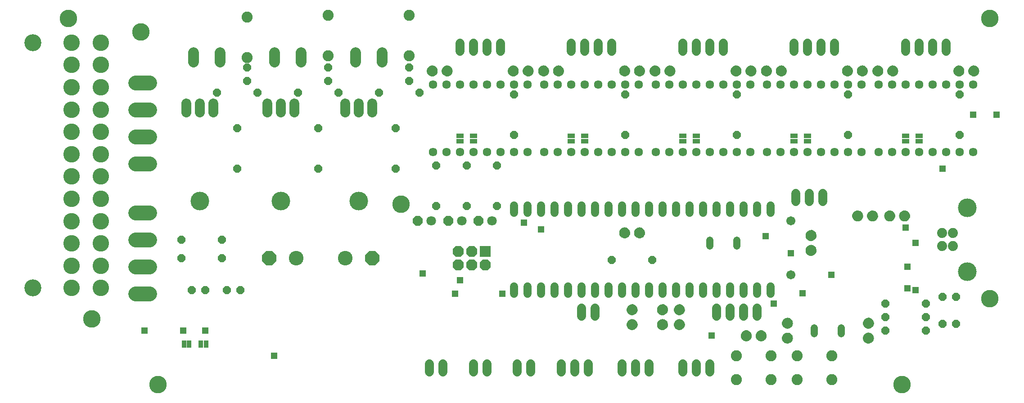
<source format=gbs>
G75*
G70*
%OFA0B0*%
%FSLAX24Y24*%
%IPPOS*%
%LPD*%
%AMOC8*
5,1,8,0,0,1.08239X$1,22.5*
%
%ADD10C,0.0520*%
%ADD11C,0.0050*%
%ADD12C,0.0740*%
%ADD13C,0.1380*%
%ADD14OC8,0.0600*%
%ADD15C,0.0820*%
%ADD16C,0.0600*%
%ADD17C,0.0634*%
%ADD18R,0.0580X0.0330*%
%ADD19C,0.0674*%
%ADD20OC8,0.0710*%
%ADD21C,0.0710*%
%ADD22C,0.0671*%
%ADD23R,0.0820X0.0820*%
%ADD24OC8,0.0820*%
%ADD25C,0.0740*%
%ADD26C,0.0785*%
%ADD27C,0.1104*%
%ADD28C,0.1080*%
%ADD29OC8,0.1080*%
%ADD30C,0.1222*%
%ADD31C,0.1261*%
%ADD32R,0.0330X0.0580*%
%ADD33C,0.1300*%
%ADD34C,0.0680*%
%ADD35R,0.0476X0.0476*%
D10*
X053925Y011586D02*
X053925Y012026D01*
X055925Y012026D02*
X055925Y011586D01*
X061675Y005526D02*
X061675Y005086D01*
X063675Y005086D02*
X063675Y005526D01*
D11*
X065308Y005786D02*
X065302Y005858D01*
X065307Y005923D01*
X065323Y005985D01*
X065349Y006044D01*
X065386Y006098D01*
X065431Y006144D01*
X065483Y006182D01*
X065541Y006210D01*
X065604Y006228D01*
X065668Y006234D01*
X065734Y006229D01*
X065798Y006213D01*
X065858Y006185D01*
X065913Y006148D01*
X065960Y006102D01*
X065999Y006048D01*
X066028Y005989D01*
X066045Y005925D01*
X066052Y005859D01*
X066045Y005793D01*
X066027Y005730D01*
X065998Y005670D01*
X065960Y005616D01*
X065912Y005570D01*
X065857Y005533D01*
X065797Y005506D01*
X065733Y005490D01*
X065667Y005485D01*
X065595Y005493D01*
X065526Y005515D01*
X065817Y005515D01*
X065902Y005563D02*
X065446Y005563D01*
X065463Y005549D02*
X065407Y005596D01*
X065362Y005652D01*
X065329Y005717D01*
X065308Y005786D01*
X065307Y005806D02*
X066047Y005806D01*
X066052Y005854D02*
X065302Y005854D01*
X065305Y005903D02*
X066048Y005903D01*
X066038Y005951D02*
X065314Y005951D01*
X065329Y006000D02*
X066022Y006000D01*
X065999Y006048D02*
X065352Y006048D01*
X065385Y006097D02*
X065964Y006097D01*
X065916Y006145D02*
X065432Y006145D01*
X065508Y006194D02*
X065840Y006194D01*
X066035Y005757D02*
X065317Y005757D01*
X065333Y005709D02*
X066017Y005709D01*
X065991Y005660D02*
X065358Y005660D01*
X065394Y005612D02*
X065955Y005612D01*
X065526Y005515D02*
X065463Y005549D01*
X065604Y005126D02*
X065668Y005132D01*
X065734Y005127D01*
X065798Y005111D01*
X065858Y005083D01*
X065913Y005046D01*
X065960Y005000D01*
X065999Y004946D01*
X066028Y004887D01*
X066045Y004823D01*
X066052Y004757D01*
X066045Y004691D01*
X066027Y004628D01*
X065998Y004568D01*
X065960Y004514D01*
X065912Y004468D01*
X065857Y004431D01*
X065797Y004404D01*
X065733Y004388D01*
X065667Y004383D01*
X065595Y004391D01*
X065526Y004413D01*
X065463Y004447D01*
X065407Y004494D01*
X065362Y004550D01*
X065329Y004615D01*
X065308Y004684D01*
X065302Y004756D01*
X065307Y004821D01*
X065323Y004883D01*
X065349Y004942D01*
X065386Y004996D01*
X065431Y005042D01*
X065483Y005080D01*
X065541Y005108D01*
X065604Y005126D01*
X065617Y005127D02*
X065735Y005127D01*
X065866Y005078D02*
X065481Y005078D01*
X065419Y005030D02*
X065930Y005030D01*
X065974Y004981D02*
X065376Y004981D01*
X065345Y004933D02*
X066005Y004933D01*
X066028Y004884D02*
X065323Y004884D01*
X065311Y004836D02*
X066042Y004836D01*
X066049Y004787D02*
X065304Y004787D01*
X065303Y004739D02*
X066050Y004739D01*
X066045Y004690D02*
X065308Y004690D01*
X065321Y004642D02*
X066031Y004642D01*
X066011Y004593D02*
X065340Y004593D01*
X065366Y004545D02*
X065982Y004545D01*
X065941Y004496D02*
X065405Y004496D01*
X065462Y004448D02*
X065882Y004448D01*
X065778Y004399D02*
X065568Y004399D01*
X060048Y004754D02*
X060042Y004826D01*
X060021Y004896D01*
X059988Y004960D01*
X059943Y005016D01*
X059887Y005063D01*
X059824Y005098D01*
X059755Y005119D01*
X059683Y005127D01*
X059617Y005122D01*
X059553Y005106D01*
X059493Y005079D01*
X059438Y005042D01*
X059390Y004996D01*
X059352Y004942D01*
X059323Y004883D01*
X059305Y004819D01*
X059298Y004753D01*
X059305Y004687D01*
X059322Y004624D01*
X059351Y004564D01*
X059390Y004510D01*
X059437Y004464D01*
X059492Y004427D01*
X059552Y004399D01*
X059616Y004383D01*
X059682Y004378D01*
X059746Y004385D01*
X059809Y004402D01*
X059867Y004430D01*
X059919Y004468D01*
X059964Y004514D01*
X060001Y004568D01*
X060027Y004627D01*
X060043Y004690D01*
X059304Y004690D01*
X059299Y004739D02*
X060047Y004739D01*
X060048Y004754D02*
X060043Y004690D01*
X060031Y004642D02*
X059317Y004642D01*
X059337Y004593D02*
X060012Y004593D01*
X059985Y004545D02*
X059365Y004545D01*
X059404Y004496D02*
X059947Y004496D01*
X059891Y004448D02*
X059461Y004448D01*
X059552Y004399D02*
X059798Y004399D01*
X060045Y004787D02*
X059301Y004787D01*
X059310Y004836D02*
X060039Y004836D01*
X060025Y004884D02*
X059324Y004884D01*
X059347Y004933D02*
X060002Y004933D01*
X059971Y004981D02*
X059380Y004981D01*
X059425Y005030D02*
X059927Y005030D01*
X059859Y005078D02*
X059492Y005078D01*
X059679Y005127D02*
X059686Y005127D01*
X059682Y005480D02*
X059616Y005485D01*
X059552Y005501D01*
X059492Y005529D01*
X059437Y005566D01*
X059390Y005612D01*
X059960Y005612D01*
X059964Y005616D02*
X059919Y005570D01*
X059867Y005532D01*
X059809Y005504D01*
X059746Y005487D01*
X059682Y005480D01*
X059831Y005515D02*
X059522Y005515D01*
X059441Y005563D02*
X059910Y005563D01*
X059964Y005616D02*
X060001Y005670D01*
X060027Y005729D01*
X060043Y005792D01*
X060048Y005856D01*
X060042Y005928D01*
X060021Y005998D01*
X059988Y006062D01*
X059943Y006118D01*
X059887Y006165D01*
X059824Y006200D01*
X059755Y006221D01*
X059683Y006229D01*
X059617Y006224D01*
X059553Y006208D01*
X059493Y006181D01*
X059438Y006144D01*
X059390Y006098D01*
X059352Y006044D01*
X059323Y005985D01*
X059305Y005921D01*
X059298Y005855D01*
X059305Y005789D01*
X059322Y005726D01*
X059351Y005666D01*
X059390Y005612D01*
X059355Y005660D02*
X059994Y005660D01*
X060018Y005709D02*
X059330Y005709D01*
X059314Y005757D02*
X060035Y005757D01*
X060044Y005806D02*
X059303Y005806D01*
X059298Y005854D02*
X060048Y005854D01*
X060044Y005903D02*
X059303Y005903D01*
X059313Y005951D02*
X060035Y005951D01*
X060020Y006000D02*
X059330Y006000D01*
X059355Y006048D02*
X059995Y006048D01*
X059960Y006097D02*
X059390Y006097D01*
X059440Y006145D02*
X059910Y006145D01*
X059834Y006194D02*
X059521Y006194D01*
X058048Y005127D02*
X057409Y005127D01*
X057418Y005143D02*
X057465Y005199D01*
X057521Y005244D01*
X057585Y005278D01*
X057655Y005298D01*
X057727Y005304D01*
X057792Y005299D01*
X057854Y005283D01*
X057913Y005257D01*
X057967Y005221D01*
X058013Y005175D01*
X057445Y005175D01*
X057418Y005143D02*
X057384Y005080D01*
X057362Y005011D01*
X057354Y004939D01*
X057359Y004873D01*
X057375Y004809D01*
X057402Y004749D01*
X057439Y004694D01*
X057485Y004646D01*
X057539Y004608D01*
X057599Y004579D01*
X057662Y004561D01*
X057728Y004554D01*
X057794Y004561D01*
X057858Y004579D01*
X057917Y004607D01*
X057971Y004646D01*
X058017Y004693D01*
X058054Y004748D01*
X058082Y004808D01*
X058098Y004872D01*
X058103Y004938D01*
X058096Y005002D01*
X058079Y005065D01*
X058051Y005123D01*
X058013Y005175D01*
X057962Y005224D02*
X057496Y005224D01*
X057575Y005272D02*
X057879Y005272D01*
X058072Y005078D02*
X057383Y005078D01*
X057368Y005030D02*
X058089Y005030D01*
X058099Y004981D02*
X057359Y004981D01*
X057354Y004933D02*
X058103Y004933D01*
X058099Y004884D02*
X057358Y004884D01*
X057368Y004836D02*
X058089Y004836D01*
X058072Y004787D02*
X057385Y004787D01*
X057409Y004739D02*
X058048Y004739D01*
X058014Y004690D02*
X057443Y004690D01*
X057492Y004642D02*
X057965Y004642D01*
X057888Y004593D02*
X057569Y004593D01*
X056980Y004808D02*
X056952Y004748D01*
X056915Y004693D01*
X056869Y004646D01*
X056815Y004607D01*
X056756Y004579D01*
X056692Y004561D01*
X056626Y004554D01*
X056560Y004561D01*
X056497Y004579D01*
X056437Y004608D01*
X056383Y004646D01*
X056337Y004694D01*
X056300Y004749D01*
X056273Y004809D01*
X056257Y004873D01*
X056252Y004939D01*
X056260Y005011D01*
X056282Y005080D01*
X056316Y005143D01*
X056363Y005199D01*
X056419Y005244D01*
X056483Y005278D01*
X056553Y005298D01*
X056625Y005304D01*
X056689Y005299D01*
X056752Y005283D01*
X056811Y005257D01*
X056865Y005221D01*
X056911Y005175D01*
X056343Y005175D01*
X056307Y005127D02*
X056946Y005127D01*
X056949Y005123D02*
X056977Y005065D01*
X056994Y005002D01*
X057001Y004938D01*
X056996Y004872D01*
X056980Y004808D01*
X056970Y004787D02*
X056283Y004787D01*
X056266Y004836D02*
X056987Y004836D01*
X056997Y004884D02*
X056256Y004884D01*
X056252Y004933D02*
X057001Y004933D01*
X056997Y004981D02*
X056257Y004981D01*
X056266Y005030D02*
X056987Y005030D01*
X056970Y005078D02*
X056281Y005078D01*
X056394Y005224D02*
X056860Y005224D01*
X056911Y005175D02*
X056949Y005123D01*
X056777Y005272D02*
X056473Y005272D01*
X056307Y004739D02*
X056946Y004739D01*
X056912Y004690D02*
X056341Y004690D01*
X056390Y004642D02*
X056863Y004642D01*
X056786Y004593D02*
X056467Y004593D01*
X052045Y005691D02*
X052027Y005628D01*
X051998Y005568D01*
X051960Y005514D01*
X051912Y005468D01*
X051857Y005431D01*
X051797Y005404D01*
X051733Y005388D01*
X051667Y005383D01*
X051595Y005391D01*
X051526Y005413D01*
X051463Y005447D01*
X051407Y005494D01*
X051362Y005550D01*
X051329Y005615D01*
X051308Y005684D01*
X051302Y005756D01*
X051307Y005821D01*
X051323Y005883D01*
X051349Y005942D01*
X051386Y005996D01*
X051431Y006042D01*
X051483Y006080D01*
X051541Y006108D01*
X051604Y006126D01*
X051668Y006132D01*
X051734Y006127D01*
X051798Y006111D01*
X051858Y006083D01*
X051913Y006046D01*
X051960Y006000D01*
X051999Y005946D01*
X052028Y005887D01*
X052045Y005823D01*
X052052Y005757D01*
X052045Y005691D01*
X052047Y005709D02*
X051306Y005709D01*
X051302Y005757D02*
X052052Y005757D01*
X052047Y005806D02*
X051306Y005806D01*
X051315Y005854D02*
X052037Y005854D01*
X052020Y005903D02*
X051331Y005903D01*
X051355Y005951D02*
X051995Y005951D01*
X051960Y006000D02*
X051390Y006000D01*
X051439Y006048D02*
X051910Y006048D01*
X051829Y006097D02*
X051518Y006097D01*
X051595Y006493D02*
X051526Y006515D01*
X051463Y006549D01*
X051407Y006596D01*
X051362Y006652D01*
X051329Y006717D01*
X051308Y006786D01*
X051302Y006858D01*
X051307Y006923D01*
X051323Y006985D01*
X051349Y007044D01*
X051386Y007098D01*
X051431Y007144D01*
X051483Y007182D01*
X051541Y007210D01*
X051604Y007228D01*
X051668Y007234D01*
X051734Y007229D01*
X051798Y007213D01*
X051858Y007185D01*
X051913Y007148D01*
X051960Y007102D01*
X051999Y007048D01*
X052028Y006989D01*
X052045Y006925D01*
X052052Y006859D01*
X052045Y006793D01*
X052027Y006730D01*
X051998Y006670D01*
X051960Y006616D01*
X051912Y006570D01*
X051857Y006533D01*
X051797Y006506D01*
X051733Y006490D01*
X051667Y006485D01*
X051595Y006493D01*
X051492Y006533D02*
X051858Y006533D01*
X051924Y006582D02*
X051424Y006582D01*
X051380Y006630D02*
X051970Y006630D01*
X052003Y006679D02*
X051348Y006679D01*
X051325Y006727D02*
X052026Y006727D01*
X052040Y006776D02*
X051311Y006776D01*
X051305Y006824D02*
X052048Y006824D01*
X052051Y006873D02*
X051303Y006873D01*
X051307Y006921D02*
X052046Y006921D01*
X052033Y006970D02*
X051319Y006970D01*
X051338Y007018D02*
X052013Y007018D01*
X051986Y007067D02*
X051365Y007067D01*
X051403Y007115D02*
X051947Y007115D01*
X051890Y007164D02*
X051458Y007164D01*
X051550Y007212D02*
X051799Y007212D01*
X050795Y006925D02*
X050802Y006859D01*
X050795Y006793D01*
X050777Y006730D01*
X050748Y006670D01*
X050710Y006616D01*
X050662Y006570D01*
X050607Y006533D01*
X050547Y006506D01*
X050483Y006490D01*
X050417Y006485D01*
X050345Y006493D01*
X050276Y006515D01*
X050213Y006549D01*
X050157Y006596D01*
X050112Y006652D01*
X050079Y006717D01*
X050058Y006786D01*
X050052Y006858D01*
X050057Y006923D01*
X050073Y006985D01*
X050099Y007044D01*
X050136Y007098D01*
X050181Y007144D01*
X050233Y007182D01*
X050291Y007210D01*
X050354Y007228D01*
X050418Y007234D01*
X050484Y007229D01*
X050548Y007213D01*
X050608Y007185D01*
X050663Y007148D01*
X050710Y007102D01*
X050749Y007048D01*
X050778Y006989D01*
X050795Y006925D01*
X050796Y006921D02*
X050057Y006921D01*
X050053Y006873D02*
X050801Y006873D01*
X050798Y006824D02*
X050055Y006824D01*
X050061Y006776D02*
X050790Y006776D01*
X050776Y006727D02*
X050075Y006727D01*
X050098Y006679D02*
X050753Y006679D01*
X050720Y006630D02*
X050130Y006630D01*
X050174Y006582D02*
X050674Y006582D01*
X050608Y006533D02*
X050242Y006533D01*
X050354Y006126D02*
X050418Y006132D01*
X050484Y006127D01*
X050548Y006111D01*
X050608Y006083D01*
X050663Y006046D01*
X050710Y006000D01*
X050749Y005946D01*
X050778Y005887D01*
X050795Y005823D01*
X050802Y005757D01*
X050795Y005691D01*
X050777Y005628D01*
X050748Y005568D01*
X050710Y005514D01*
X050662Y005468D01*
X050607Y005431D01*
X050547Y005404D01*
X050483Y005388D01*
X050417Y005383D01*
X050345Y005391D01*
X050276Y005413D01*
X050213Y005447D01*
X050157Y005494D01*
X050112Y005550D01*
X050079Y005615D01*
X050058Y005684D01*
X050052Y005756D01*
X050057Y005821D01*
X050073Y005883D01*
X050099Y005942D01*
X050136Y005996D01*
X050181Y006042D01*
X050233Y006080D01*
X050291Y006108D01*
X050354Y006126D01*
X050268Y006097D02*
X050579Y006097D01*
X050660Y006048D02*
X050189Y006048D01*
X050140Y006000D02*
X050710Y006000D01*
X050745Y005951D02*
X050105Y005951D01*
X050081Y005903D02*
X050770Y005903D01*
X050787Y005854D02*
X050065Y005854D01*
X050056Y005806D02*
X050797Y005806D01*
X050802Y005757D02*
X050052Y005757D01*
X050056Y005709D02*
X050797Y005709D01*
X050787Y005660D02*
X050065Y005660D01*
X050080Y005612D02*
X050770Y005612D01*
X050745Y005563D02*
X050105Y005563D01*
X050140Y005515D02*
X050710Y005515D01*
X050659Y005466D02*
X050190Y005466D01*
X050267Y005418D02*
X050578Y005418D01*
X051315Y005660D02*
X052037Y005660D01*
X052020Y005612D02*
X051330Y005612D01*
X051355Y005563D02*
X051995Y005563D01*
X051960Y005515D02*
X051390Y005515D01*
X051440Y005466D02*
X051909Y005466D01*
X051828Y005418D02*
X051517Y005418D01*
X048547Y005709D02*
X047806Y005709D01*
X047808Y005684D02*
X047802Y005756D01*
X047807Y005821D01*
X047823Y005883D01*
X047849Y005942D01*
X047886Y005996D01*
X047931Y006042D01*
X047983Y006080D01*
X048041Y006108D01*
X048104Y006126D01*
X048168Y006132D01*
X048234Y006127D01*
X048298Y006111D01*
X048358Y006083D01*
X048413Y006046D01*
X048460Y006000D01*
X048499Y005946D01*
X048528Y005887D01*
X048545Y005823D01*
X048552Y005757D01*
X048545Y005691D01*
X048527Y005628D01*
X048498Y005568D01*
X048460Y005514D01*
X048412Y005468D01*
X048357Y005431D01*
X048297Y005404D01*
X048233Y005388D01*
X048167Y005383D01*
X048095Y005391D01*
X048026Y005413D01*
X047963Y005447D01*
X047907Y005494D01*
X047862Y005550D01*
X047829Y005615D01*
X047808Y005684D01*
X047815Y005660D02*
X048537Y005660D01*
X048520Y005612D02*
X047830Y005612D01*
X047855Y005563D02*
X048495Y005563D01*
X048460Y005515D02*
X047890Y005515D01*
X047940Y005466D02*
X048409Y005466D01*
X048328Y005418D02*
X048017Y005418D01*
X047802Y005757D02*
X048552Y005757D01*
X048547Y005806D02*
X047806Y005806D01*
X047815Y005854D02*
X048537Y005854D01*
X048520Y005903D02*
X047831Y005903D01*
X047855Y005951D02*
X048495Y005951D01*
X048460Y006000D02*
X047890Y006000D01*
X047939Y006048D02*
X048410Y006048D01*
X048329Y006097D02*
X048018Y006097D01*
X048095Y006493D02*
X048026Y006515D01*
X047963Y006549D01*
X047907Y006596D01*
X047862Y006652D01*
X047829Y006717D01*
X047808Y006786D01*
X047802Y006858D01*
X047807Y006923D01*
X047823Y006985D01*
X047849Y007044D01*
X047886Y007098D01*
X047931Y007144D01*
X047983Y007182D01*
X048041Y007210D01*
X048104Y007228D01*
X048168Y007234D01*
X048234Y007229D01*
X048298Y007213D01*
X048358Y007185D01*
X048413Y007148D01*
X048460Y007102D01*
X048499Y007048D01*
X048528Y006989D01*
X048545Y006925D01*
X048552Y006859D01*
X048545Y006793D01*
X048527Y006730D01*
X048498Y006670D01*
X048460Y006616D01*
X048412Y006570D01*
X048357Y006533D01*
X048297Y006506D01*
X048233Y006490D01*
X048167Y006485D01*
X048095Y006493D01*
X047992Y006533D02*
X048358Y006533D01*
X048424Y006582D02*
X047924Y006582D01*
X047880Y006630D02*
X048470Y006630D01*
X048503Y006679D02*
X047848Y006679D01*
X047825Y006727D02*
X048526Y006727D01*
X048540Y006776D02*
X047811Y006776D01*
X047805Y006824D02*
X048548Y006824D01*
X048551Y006873D02*
X047803Y006873D01*
X047807Y006921D02*
X048546Y006921D01*
X048533Y006970D02*
X047819Y006970D01*
X047838Y007018D02*
X048513Y007018D01*
X048486Y007067D02*
X047865Y007067D01*
X047903Y007115D02*
X048447Y007115D01*
X048390Y007164D02*
X047958Y007164D01*
X048050Y007212D02*
X048299Y007212D01*
X050069Y006970D02*
X050783Y006970D01*
X050763Y007018D02*
X050088Y007018D01*
X050115Y007067D02*
X050736Y007067D01*
X050697Y007115D02*
X050153Y007115D01*
X050208Y007164D02*
X050640Y007164D01*
X050549Y007212D02*
X050300Y007212D01*
X061079Y011115D02*
X061058Y011184D01*
X061052Y011256D01*
X061057Y011321D01*
X061073Y011383D01*
X061099Y011442D01*
X061136Y011496D01*
X061181Y011542D01*
X061233Y011580D01*
X061291Y011608D01*
X061354Y011626D01*
X061418Y011632D01*
X061484Y011627D01*
X061548Y011611D01*
X061608Y011583D01*
X061663Y011546D01*
X061710Y011500D01*
X061749Y011446D01*
X061778Y011387D01*
X061795Y011323D01*
X061802Y011257D01*
X061795Y011191D01*
X061777Y011128D01*
X061748Y011068D01*
X061710Y011014D01*
X061662Y010968D01*
X061607Y010931D01*
X061547Y010904D01*
X061483Y010888D01*
X061417Y010883D01*
X061345Y010891D01*
X061276Y010913D01*
X061213Y010947D01*
X061157Y010994D01*
X061112Y011050D01*
X061079Y011115D01*
X061090Y011092D02*
X061760Y011092D01*
X061781Y011141D02*
X061071Y011141D01*
X061058Y011189D02*
X061795Y011189D01*
X061800Y011238D02*
X061054Y011238D01*
X061054Y011286D02*
X061799Y011286D01*
X061792Y011335D02*
X061060Y011335D01*
X061073Y011383D02*
X061778Y011383D01*
X061756Y011432D02*
X061095Y011432D01*
X061125Y011480D02*
X061724Y011480D01*
X061681Y011529D02*
X061168Y011529D01*
X061230Y011577D02*
X061617Y011577D01*
X061489Y011626D02*
X061357Y011626D01*
X061417Y011985D02*
X061345Y011993D01*
X061276Y012015D01*
X061213Y012049D01*
X061157Y012096D01*
X061112Y012152D01*
X061079Y012217D01*
X061058Y012286D01*
X061052Y012358D01*
X061057Y012423D01*
X061073Y012485D01*
X061099Y012544D01*
X061136Y012598D01*
X061181Y012644D01*
X061233Y012682D01*
X061291Y012710D01*
X061354Y012728D01*
X061418Y012734D01*
X061484Y012729D01*
X061548Y012713D01*
X061608Y012685D01*
X061663Y012648D01*
X061710Y012602D01*
X061749Y012548D01*
X061778Y012489D01*
X061795Y012425D01*
X061802Y012359D01*
X061795Y012293D01*
X061777Y012230D01*
X061748Y012170D01*
X061710Y012116D01*
X061662Y012070D01*
X061607Y012033D01*
X061547Y012006D01*
X061483Y011990D01*
X061417Y011985D01*
X061279Y012014D02*
X061564Y012014D01*
X061651Y012062D02*
X061197Y012062D01*
X061145Y012111D02*
X061704Y012111D01*
X061741Y012159D02*
X061108Y012159D01*
X061083Y012208D02*
X061767Y012208D01*
X061785Y012256D02*
X061067Y012256D01*
X061057Y012305D02*
X061796Y012305D01*
X061801Y012353D02*
X061052Y012353D01*
X061055Y012402D02*
X061798Y012402D01*
X061788Y012450D02*
X061064Y012450D01*
X061079Y012499D02*
X061773Y012499D01*
X061749Y012547D02*
X061101Y012547D01*
X061134Y012596D02*
X061715Y012596D01*
X061667Y012644D02*
X061181Y012644D01*
X061256Y012693D02*
X061592Y012693D01*
X064523Y013684D02*
X064550Y013624D01*
X064587Y013569D01*
X064633Y013521D01*
X064687Y013483D01*
X064747Y013454D01*
X064810Y013436D01*
X064876Y013429D01*
X064942Y013436D01*
X065006Y013454D01*
X065065Y013482D01*
X065119Y013521D01*
X065165Y013568D01*
X065202Y013623D01*
X065230Y013683D01*
X065246Y013747D01*
X065251Y013813D01*
X065244Y013877D01*
X065227Y013940D01*
X065199Y013998D01*
X065161Y014050D01*
X065115Y014096D01*
X065061Y014132D01*
X065002Y014158D01*
X064939Y014174D01*
X064875Y014179D01*
X064803Y014173D01*
X064733Y014153D01*
X064669Y014119D01*
X064613Y014074D01*
X064566Y014018D01*
X064532Y013955D01*
X064510Y013886D01*
X064502Y013814D01*
X064507Y013748D01*
X064523Y013684D01*
X064532Y013663D02*
X065221Y013663D01*
X065237Y013711D02*
X064516Y013711D01*
X064506Y013760D02*
X065247Y013760D01*
X065251Y013808D02*
X064502Y013808D01*
X064507Y013857D02*
X065247Y013857D01*
X065237Y013905D02*
X064516Y013905D01*
X064531Y013954D02*
X065220Y013954D01*
X065196Y014002D02*
X064558Y014002D01*
X064594Y014051D02*
X065160Y014051D01*
X065109Y014099D02*
X064645Y014099D01*
X064724Y014148D02*
X065026Y014148D01*
X065634Y013955D02*
X065668Y014018D01*
X065715Y014074D01*
X065771Y014119D01*
X065835Y014153D01*
X065905Y014173D01*
X065977Y014179D01*
X066042Y014174D01*
X066104Y014158D01*
X066163Y014132D01*
X066217Y014096D01*
X066263Y014050D01*
X066301Y013998D01*
X066329Y013940D01*
X066346Y013877D01*
X066353Y013813D01*
X066348Y013747D01*
X066332Y013683D01*
X066304Y013623D01*
X066267Y013568D01*
X066221Y013521D01*
X066167Y013482D01*
X066108Y013454D01*
X066044Y013436D01*
X065978Y013429D01*
X065912Y013436D01*
X065849Y013454D01*
X065789Y013483D01*
X065735Y013521D01*
X065689Y013569D01*
X065652Y013624D01*
X065625Y013684D01*
X065609Y013748D01*
X065604Y013814D01*
X065612Y013886D01*
X065634Y013955D01*
X065633Y013954D02*
X066322Y013954D01*
X066339Y013905D02*
X065618Y013905D01*
X065609Y013857D02*
X066349Y013857D01*
X066353Y013808D02*
X065604Y013808D01*
X065608Y013760D02*
X066349Y013760D01*
X066339Y013711D02*
X065618Y013711D01*
X065634Y013663D02*
X066323Y013663D01*
X066299Y013614D02*
X065658Y013614D01*
X065692Y013566D02*
X066265Y013566D01*
X066216Y013517D02*
X065741Y013517D01*
X065817Y013469D02*
X066139Y013469D01*
X066898Y013684D02*
X066882Y013748D01*
X066877Y013814D01*
X066885Y013886D01*
X066907Y013955D01*
X066941Y014018D01*
X066988Y014074D01*
X067044Y014119D01*
X067108Y014153D01*
X067178Y014173D01*
X067250Y014179D01*
X067314Y014174D01*
X067377Y014158D01*
X067436Y014132D01*
X067490Y014096D01*
X067536Y014050D01*
X067574Y013998D01*
X067602Y013940D01*
X067619Y013877D01*
X067626Y013813D01*
X067621Y013747D01*
X067605Y013683D01*
X067577Y013623D01*
X067540Y013568D01*
X067494Y013521D01*
X067440Y013482D01*
X067381Y013454D01*
X067317Y013436D01*
X067251Y013429D01*
X067185Y013436D01*
X067122Y013454D01*
X067062Y013483D01*
X067008Y013521D01*
X066962Y013569D01*
X066925Y013624D01*
X066898Y013684D01*
X066907Y013663D02*
X067596Y013663D01*
X067612Y013711D02*
X066891Y013711D01*
X066881Y013760D02*
X067622Y013760D01*
X067626Y013808D02*
X066877Y013808D01*
X066882Y013857D02*
X067622Y013857D01*
X067612Y013905D02*
X066891Y013905D01*
X066906Y013954D02*
X067595Y013954D01*
X067571Y014002D02*
X066933Y014002D01*
X066969Y014051D02*
X067535Y014051D01*
X067484Y014099D02*
X067020Y014099D01*
X067099Y014148D02*
X067401Y014148D01*
X068009Y013955D02*
X068043Y014018D01*
X068090Y014074D01*
X068146Y014119D01*
X068210Y014153D01*
X068280Y014173D01*
X068352Y014179D01*
X068417Y014174D01*
X068479Y014158D01*
X068538Y014132D01*
X068592Y014096D01*
X068638Y014050D01*
X068676Y013998D01*
X068704Y013940D01*
X068721Y013877D01*
X068728Y013813D01*
X068723Y013747D01*
X068707Y013683D01*
X068679Y013623D01*
X068642Y013568D01*
X068596Y013521D01*
X068542Y013482D01*
X068483Y013454D01*
X068419Y013436D01*
X068353Y013429D01*
X068287Y013436D01*
X068224Y013454D01*
X068164Y013483D01*
X068110Y013521D01*
X068064Y013569D01*
X068027Y013624D01*
X068000Y013684D01*
X067984Y013748D01*
X067979Y013814D01*
X067987Y013886D01*
X068009Y013955D01*
X068008Y013954D02*
X068697Y013954D01*
X068714Y013905D02*
X067993Y013905D01*
X067984Y013857D02*
X068724Y013857D01*
X068728Y013808D02*
X067979Y013808D01*
X067983Y013760D02*
X068724Y013760D01*
X068714Y013711D02*
X067993Y013711D01*
X068009Y013663D02*
X068698Y013663D01*
X068674Y013614D02*
X068033Y013614D01*
X068067Y013566D02*
X068640Y013566D01*
X068591Y013517D02*
X068116Y013517D01*
X068192Y013469D02*
X068514Y013469D01*
X067572Y013614D02*
X066931Y013614D01*
X066965Y013566D02*
X067538Y013566D01*
X067489Y013517D02*
X067014Y013517D01*
X067090Y013469D02*
X067412Y013469D01*
X068035Y014002D02*
X068673Y014002D01*
X068637Y014051D02*
X068071Y014051D01*
X068122Y014099D02*
X068586Y014099D01*
X068503Y014148D02*
X068201Y014148D01*
X066298Y014002D02*
X065660Y014002D01*
X065696Y014051D02*
X066262Y014051D01*
X066211Y014099D02*
X065747Y014099D01*
X065826Y014148D02*
X066128Y014148D01*
X065197Y013614D02*
X064556Y013614D01*
X064590Y013566D02*
X065163Y013566D01*
X065114Y013517D02*
X064639Y013517D01*
X064715Y013469D02*
X065037Y013469D01*
X061731Y011044D02*
X061117Y011044D01*
X061156Y010995D02*
X061690Y010995D01*
X061631Y010947D02*
X061214Y010947D01*
X061321Y010898D02*
X061525Y010898D01*
X049090Y012476D02*
X049068Y012407D01*
X049034Y012344D01*
X048987Y012288D01*
X048931Y012243D01*
X048867Y012210D01*
X048797Y012189D01*
X048725Y012183D01*
X048661Y012188D01*
X048598Y012204D01*
X048539Y012230D01*
X048485Y012267D01*
X048439Y012312D01*
X048401Y012364D01*
X048373Y012423D01*
X048356Y012485D01*
X048349Y012549D01*
X048354Y012615D01*
X048370Y012679D01*
X048398Y012739D01*
X048435Y012794D01*
X048481Y012841D01*
X048535Y012880D01*
X048594Y012909D01*
X048658Y012927D01*
X048724Y012933D01*
X048790Y012926D01*
X048853Y012908D01*
X048913Y012880D01*
X048967Y012841D01*
X049013Y012793D01*
X049050Y012739D01*
X049077Y012678D01*
X049093Y012614D01*
X049098Y012548D01*
X049090Y012476D01*
X049093Y012499D02*
X048354Y012499D01*
X048349Y012547D02*
X049098Y012547D01*
X049095Y012596D02*
X048353Y012596D01*
X048362Y012644D02*
X049086Y012644D01*
X049070Y012693D02*
X048377Y012693D01*
X048399Y012741D02*
X049048Y012741D01*
X049015Y012790D02*
X048432Y012790D01*
X048478Y012838D02*
X048969Y012838D01*
X048898Y012887D02*
X048549Y012887D01*
X047975Y012678D02*
X047991Y012614D01*
X047996Y012548D01*
X047988Y012476D01*
X047966Y012407D01*
X047932Y012344D01*
X047885Y012288D01*
X047829Y012243D01*
X047765Y012210D01*
X047695Y012189D01*
X047623Y012183D01*
X047558Y012188D01*
X047496Y012204D01*
X047437Y012230D01*
X047383Y012267D01*
X047337Y012312D01*
X047299Y012364D01*
X047271Y012423D01*
X047254Y012485D01*
X047247Y012549D01*
X047252Y012615D01*
X047268Y012679D01*
X047296Y012739D01*
X047333Y012794D01*
X047379Y012841D01*
X047433Y012880D01*
X047492Y012909D01*
X047556Y012927D01*
X047622Y012933D01*
X047688Y012926D01*
X047751Y012908D01*
X047811Y012880D01*
X047865Y012841D01*
X047911Y012793D01*
X047948Y012739D01*
X047975Y012678D01*
X047968Y012693D02*
X047275Y012693D01*
X047260Y012644D02*
X047984Y012644D01*
X047993Y012596D02*
X047251Y012596D01*
X047247Y012547D02*
X047996Y012547D01*
X047991Y012499D02*
X047252Y012499D01*
X047263Y012450D02*
X047980Y012450D01*
X047964Y012402D02*
X047281Y012402D01*
X047307Y012353D02*
X047937Y012353D01*
X047899Y012305D02*
X047344Y012305D01*
X047398Y012256D02*
X047845Y012256D01*
X047759Y012208D02*
X047487Y012208D01*
X047297Y012741D02*
X047946Y012741D01*
X047913Y012790D02*
X047330Y012790D01*
X047376Y012838D02*
X047867Y012838D01*
X047796Y012887D02*
X047447Y012887D01*
X048365Y012450D02*
X049082Y012450D01*
X049066Y012402D02*
X048383Y012402D01*
X048409Y012353D02*
X049039Y012353D01*
X049001Y012305D02*
X048446Y012305D01*
X048501Y012256D02*
X048947Y012256D01*
X048861Y012208D02*
X048589Y012208D01*
X048725Y024183D02*
X048797Y024189D01*
X048867Y024210D01*
X048931Y024243D01*
X048987Y024288D01*
X049034Y024344D01*
X049068Y024407D01*
X049090Y024476D01*
X049098Y024548D01*
X049093Y024614D01*
X049077Y024678D01*
X049050Y024739D01*
X049013Y024793D01*
X048967Y024841D01*
X048913Y024880D01*
X048853Y024908D01*
X048790Y024926D01*
X048724Y024933D01*
X048658Y024927D01*
X048594Y024909D01*
X048535Y024880D01*
X048481Y024841D01*
X048435Y024794D01*
X048398Y024739D01*
X048370Y024679D01*
X048354Y024615D01*
X048349Y024549D01*
X048356Y024485D01*
X048373Y024423D01*
X048401Y024364D01*
X048439Y024312D01*
X048485Y024267D01*
X048539Y024230D01*
X048598Y024204D01*
X048661Y024188D01*
X048725Y024183D01*
X048775Y024187D02*
X048666Y024187D01*
X048531Y024236D02*
X048917Y024236D01*
X048982Y024284D02*
X048467Y024284D01*
X048424Y024333D02*
X049025Y024333D01*
X049054Y024381D02*
X048393Y024381D01*
X048371Y024430D02*
X049076Y024430D01*
X049090Y024478D02*
X048357Y024478D01*
X048351Y024527D02*
X049096Y024527D01*
X049096Y024575D02*
X048351Y024575D01*
X048356Y024624D02*
X049091Y024624D01*
X049078Y024672D02*
X048369Y024672D01*
X048389Y024721D02*
X049058Y024721D01*
X049029Y024769D02*
X048418Y024769D01*
X048458Y024818D02*
X048989Y024818D01*
X048931Y024866D02*
X048516Y024866D01*
X048617Y024915D02*
X048830Y024915D01*
X049518Y024679D02*
X049546Y024739D01*
X049583Y024794D01*
X049629Y024841D01*
X049683Y024880D01*
X049742Y024909D01*
X049806Y024927D01*
X049872Y024933D01*
X049938Y024926D01*
X050001Y024908D01*
X050061Y024880D01*
X050115Y024841D01*
X050161Y024793D01*
X050198Y024739D01*
X050225Y024678D01*
X050241Y024614D01*
X050246Y024548D01*
X050238Y024476D01*
X050216Y024407D01*
X050182Y024344D01*
X050135Y024288D01*
X050079Y024243D01*
X050015Y024210D01*
X049945Y024189D01*
X049873Y024183D01*
X049808Y024188D01*
X049746Y024204D01*
X049687Y024230D01*
X049633Y024267D01*
X049587Y024312D01*
X049549Y024364D01*
X049521Y024423D01*
X049504Y024485D01*
X049497Y024549D01*
X049502Y024615D01*
X049518Y024679D01*
X049517Y024672D02*
X050226Y024672D01*
X050239Y024624D02*
X049504Y024624D01*
X049499Y024575D02*
X050244Y024575D01*
X050244Y024527D02*
X049499Y024527D01*
X049505Y024478D02*
X050238Y024478D01*
X050224Y024430D02*
X049519Y024430D01*
X049541Y024381D02*
X050202Y024381D01*
X050173Y024333D02*
X049572Y024333D01*
X049615Y024284D02*
X050130Y024284D01*
X050065Y024236D02*
X049679Y024236D01*
X049814Y024187D02*
X049923Y024187D01*
X050623Y024423D02*
X050606Y024485D01*
X050599Y024549D01*
X050604Y024615D01*
X050620Y024679D01*
X050648Y024739D01*
X050685Y024794D01*
X050731Y024841D01*
X050785Y024880D01*
X050844Y024909D01*
X050908Y024927D01*
X050974Y024933D01*
X051040Y024926D01*
X051103Y024908D01*
X051163Y024880D01*
X051217Y024841D01*
X051263Y024793D01*
X051300Y024739D01*
X051327Y024678D01*
X051343Y024614D01*
X051348Y024548D01*
X051340Y024476D01*
X051318Y024407D01*
X051284Y024344D01*
X051237Y024288D01*
X051181Y024243D01*
X051117Y024210D01*
X051047Y024189D01*
X050975Y024183D01*
X050911Y024188D01*
X050848Y024204D01*
X050789Y024230D01*
X050735Y024267D01*
X050689Y024312D01*
X050651Y024364D01*
X050623Y024423D01*
X050621Y024430D02*
X051326Y024430D01*
X051340Y024478D02*
X050607Y024478D01*
X050601Y024527D02*
X051346Y024527D01*
X051346Y024575D02*
X050601Y024575D01*
X050606Y024624D02*
X051341Y024624D01*
X051328Y024672D02*
X050619Y024672D01*
X050639Y024721D02*
X051308Y024721D01*
X051279Y024769D02*
X050668Y024769D01*
X050708Y024818D02*
X051239Y024818D01*
X051181Y024866D02*
X050766Y024866D01*
X050867Y024915D02*
X051080Y024915D01*
X050206Y024721D02*
X049537Y024721D01*
X049566Y024769D02*
X050177Y024769D01*
X050137Y024818D02*
X049606Y024818D01*
X049664Y024866D02*
X050079Y024866D01*
X049978Y024915D02*
X049765Y024915D01*
X050643Y024381D02*
X051304Y024381D01*
X051275Y024333D02*
X050674Y024333D01*
X050717Y024284D02*
X051232Y024284D01*
X051167Y024236D02*
X050781Y024236D01*
X050916Y024187D02*
X051025Y024187D01*
X047994Y024527D02*
X047249Y024527D01*
X047247Y024549D02*
X047252Y024615D01*
X047268Y024679D01*
X047296Y024739D01*
X047333Y024794D01*
X047379Y024841D01*
X047433Y024880D01*
X047492Y024909D01*
X047556Y024927D01*
X047622Y024933D01*
X047688Y024926D01*
X047751Y024908D01*
X047811Y024880D01*
X047865Y024841D01*
X047911Y024793D01*
X047948Y024739D01*
X047975Y024678D01*
X047991Y024614D01*
X047996Y024548D01*
X047988Y024476D01*
X047966Y024407D01*
X047932Y024344D01*
X047885Y024288D01*
X047829Y024243D01*
X047765Y024210D01*
X047695Y024189D01*
X047623Y024183D01*
X047558Y024188D01*
X047496Y024204D01*
X047437Y024230D01*
X047383Y024267D01*
X047337Y024312D01*
X047299Y024364D01*
X047271Y024423D01*
X047254Y024485D01*
X047247Y024549D01*
X047249Y024575D02*
X047994Y024575D01*
X047989Y024624D02*
X047254Y024624D01*
X047267Y024672D02*
X047976Y024672D01*
X047956Y024721D02*
X047287Y024721D01*
X047316Y024769D02*
X047927Y024769D01*
X047887Y024818D02*
X047356Y024818D01*
X047414Y024866D02*
X047829Y024866D01*
X047728Y024915D02*
X047515Y024915D01*
X047255Y024478D02*
X047988Y024478D01*
X047974Y024430D02*
X047269Y024430D01*
X047291Y024381D02*
X047952Y024381D01*
X047923Y024333D02*
X047322Y024333D01*
X047365Y024284D02*
X047880Y024284D01*
X047815Y024236D02*
X047429Y024236D01*
X047564Y024187D02*
X047673Y024187D01*
X043098Y024548D02*
X043090Y024476D01*
X043068Y024407D01*
X043034Y024344D01*
X042987Y024288D01*
X042931Y024243D01*
X042867Y024210D01*
X042797Y024189D01*
X042725Y024183D01*
X042661Y024188D01*
X042598Y024204D01*
X042539Y024230D01*
X042485Y024267D01*
X042439Y024312D01*
X042401Y024364D01*
X042373Y024423D01*
X042356Y024485D01*
X042349Y024549D01*
X042354Y024615D01*
X042370Y024679D01*
X042398Y024739D01*
X042435Y024794D01*
X042481Y024841D01*
X042535Y024880D01*
X042594Y024909D01*
X042658Y024927D01*
X042724Y024933D01*
X042790Y024926D01*
X042853Y024908D01*
X042913Y024880D01*
X042967Y024841D01*
X043013Y024793D01*
X043050Y024739D01*
X043077Y024678D01*
X043093Y024614D01*
X043098Y024548D01*
X043096Y024527D02*
X042351Y024527D01*
X042351Y024575D02*
X043096Y024575D01*
X043091Y024624D02*
X042356Y024624D01*
X042369Y024672D02*
X043078Y024672D01*
X043058Y024721D02*
X042389Y024721D01*
X042418Y024769D02*
X043029Y024769D01*
X042989Y024818D02*
X042458Y024818D01*
X042516Y024866D02*
X042931Y024866D01*
X042830Y024915D02*
X042617Y024915D01*
X042357Y024478D02*
X043090Y024478D01*
X043076Y024430D02*
X042371Y024430D01*
X042393Y024381D02*
X043054Y024381D01*
X043025Y024333D02*
X042424Y024333D01*
X042467Y024284D02*
X042982Y024284D01*
X042917Y024236D02*
X042531Y024236D01*
X042666Y024187D02*
X042775Y024187D01*
X041974Y024430D02*
X041269Y024430D01*
X041271Y024423D02*
X041254Y024485D01*
X041247Y024549D01*
X041252Y024615D01*
X041268Y024679D01*
X041296Y024739D01*
X041333Y024794D01*
X041379Y024841D01*
X041433Y024880D01*
X041492Y024909D01*
X041556Y024927D01*
X041622Y024933D01*
X041688Y024926D01*
X041751Y024908D01*
X041811Y024880D01*
X041865Y024841D01*
X041911Y024793D01*
X041948Y024739D01*
X041975Y024678D01*
X041991Y024614D01*
X041996Y024548D01*
X041988Y024476D01*
X041966Y024407D01*
X041932Y024344D01*
X041885Y024288D01*
X041829Y024243D01*
X041765Y024210D01*
X041695Y024189D01*
X041623Y024183D01*
X041558Y024188D01*
X041496Y024204D01*
X041437Y024230D01*
X041383Y024267D01*
X041337Y024312D01*
X041299Y024364D01*
X041271Y024423D01*
X041291Y024381D02*
X041952Y024381D01*
X041923Y024333D02*
X041322Y024333D01*
X041365Y024284D02*
X041880Y024284D01*
X041815Y024236D02*
X041429Y024236D01*
X041564Y024187D02*
X041673Y024187D01*
X041988Y024478D02*
X041255Y024478D01*
X041249Y024527D02*
X041994Y024527D01*
X041994Y024575D02*
X041249Y024575D01*
X041254Y024624D02*
X041989Y024624D01*
X041976Y024672D02*
X041267Y024672D01*
X041287Y024721D02*
X041956Y024721D01*
X041927Y024769D02*
X041316Y024769D01*
X041356Y024818D02*
X041887Y024818D01*
X041829Y024866D02*
X041414Y024866D01*
X041515Y024915D02*
X041728Y024915D01*
X040827Y024678D02*
X040843Y024614D01*
X040848Y024548D01*
X040840Y024476D01*
X040818Y024407D01*
X040784Y024344D01*
X040737Y024288D01*
X040681Y024243D01*
X040617Y024210D01*
X040547Y024189D01*
X040475Y024183D01*
X040411Y024188D01*
X040348Y024204D01*
X040289Y024230D01*
X040235Y024267D01*
X040189Y024312D01*
X040151Y024364D01*
X040123Y024423D01*
X040106Y024485D01*
X040099Y024549D01*
X040104Y024615D01*
X040120Y024679D01*
X040148Y024739D01*
X040185Y024794D01*
X040231Y024841D01*
X040285Y024880D01*
X040344Y024909D01*
X040408Y024927D01*
X040474Y024933D01*
X040540Y024926D01*
X040603Y024908D01*
X040663Y024880D01*
X040717Y024841D01*
X040763Y024793D01*
X040800Y024739D01*
X040827Y024678D01*
X040828Y024672D02*
X040119Y024672D01*
X040106Y024624D02*
X040841Y024624D01*
X040846Y024575D02*
X040101Y024575D01*
X040101Y024527D02*
X040846Y024527D01*
X040840Y024478D02*
X040107Y024478D01*
X040121Y024430D02*
X040826Y024430D01*
X040804Y024381D02*
X040143Y024381D01*
X040174Y024333D02*
X040775Y024333D01*
X040732Y024284D02*
X040217Y024284D01*
X040281Y024236D02*
X040667Y024236D01*
X040525Y024187D02*
X040416Y024187D01*
X039716Y024407D02*
X039682Y024344D01*
X039635Y024288D01*
X039579Y024243D01*
X039515Y024210D01*
X039445Y024189D01*
X039373Y024183D01*
X039308Y024188D01*
X039246Y024204D01*
X039187Y024230D01*
X039133Y024267D01*
X039087Y024312D01*
X039049Y024364D01*
X039021Y024423D01*
X039004Y024485D01*
X038997Y024549D01*
X039002Y024615D01*
X039018Y024679D01*
X039046Y024739D01*
X039083Y024794D01*
X039129Y024841D01*
X039183Y024880D01*
X039242Y024909D01*
X039306Y024927D01*
X039372Y024933D01*
X039438Y024926D01*
X039501Y024908D01*
X039561Y024880D01*
X039615Y024841D01*
X039661Y024793D01*
X039698Y024739D01*
X039725Y024678D01*
X039741Y024614D01*
X039746Y024548D01*
X039738Y024476D01*
X039716Y024407D01*
X039724Y024430D02*
X039019Y024430D01*
X039005Y024478D02*
X039738Y024478D01*
X039744Y024527D02*
X038999Y024527D01*
X038999Y024575D02*
X039744Y024575D01*
X039739Y024624D02*
X039004Y024624D01*
X039017Y024672D02*
X039726Y024672D01*
X039706Y024721D02*
X039037Y024721D01*
X039066Y024769D02*
X039677Y024769D01*
X039637Y024818D02*
X039106Y024818D01*
X039164Y024866D02*
X039579Y024866D01*
X039478Y024915D02*
X039265Y024915D01*
X040139Y024721D02*
X040808Y024721D01*
X040779Y024769D02*
X040168Y024769D01*
X040208Y024818D02*
X040739Y024818D01*
X040681Y024866D02*
X040266Y024866D01*
X040367Y024915D02*
X040580Y024915D01*
X039702Y024381D02*
X039041Y024381D01*
X039072Y024333D02*
X039673Y024333D01*
X039630Y024284D02*
X039115Y024284D01*
X039179Y024236D02*
X039565Y024236D01*
X039423Y024187D02*
X039314Y024187D01*
X034848Y024548D02*
X034840Y024476D01*
X034818Y024407D01*
X034784Y024344D01*
X034737Y024288D01*
X034681Y024243D01*
X034617Y024210D01*
X034547Y024189D01*
X034475Y024183D01*
X034411Y024188D01*
X034348Y024204D01*
X034289Y024230D01*
X034235Y024267D01*
X034189Y024312D01*
X034151Y024364D01*
X034123Y024423D01*
X034106Y024485D01*
X034099Y024549D01*
X034104Y024615D01*
X034120Y024679D01*
X034148Y024739D01*
X034185Y024794D01*
X034231Y024841D01*
X034285Y024880D01*
X034344Y024909D01*
X034408Y024927D01*
X034474Y024933D01*
X034540Y024926D01*
X034603Y024908D01*
X034663Y024880D01*
X034717Y024841D01*
X034763Y024793D01*
X034800Y024739D01*
X034827Y024678D01*
X034843Y024614D01*
X034848Y024548D01*
X034846Y024527D02*
X034101Y024527D01*
X034101Y024575D02*
X034846Y024575D01*
X034841Y024624D02*
X034106Y024624D01*
X034119Y024672D02*
X034828Y024672D01*
X034808Y024721D02*
X034139Y024721D01*
X034168Y024769D02*
X034779Y024769D01*
X034739Y024818D02*
X034208Y024818D01*
X034266Y024866D02*
X034681Y024866D01*
X034580Y024915D02*
X034367Y024915D01*
X034107Y024478D02*
X034840Y024478D01*
X034826Y024430D02*
X034121Y024430D01*
X034143Y024381D02*
X034804Y024381D01*
X034775Y024333D02*
X034174Y024333D01*
X034217Y024284D02*
X034732Y024284D01*
X034667Y024236D02*
X034281Y024236D01*
X034416Y024187D02*
X034525Y024187D01*
X033724Y024430D02*
X033019Y024430D01*
X033021Y024423D02*
X033004Y024485D01*
X032997Y024549D01*
X033002Y024615D01*
X033018Y024679D01*
X033046Y024739D01*
X033083Y024794D01*
X033129Y024841D01*
X033183Y024880D01*
X033242Y024909D01*
X033306Y024927D01*
X033372Y024933D01*
X033438Y024926D01*
X033501Y024908D01*
X033561Y024880D01*
X033615Y024841D01*
X033661Y024793D01*
X033698Y024739D01*
X033725Y024678D01*
X033741Y024614D01*
X033746Y024548D01*
X033738Y024476D01*
X033716Y024407D01*
X033682Y024344D01*
X033635Y024288D01*
X033579Y024243D01*
X033515Y024210D01*
X033445Y024189D01*
X033373Y024183D01*
X033308Y024188D01*
X033246Y024204D01*
X033187Y024230D01*
X033133Y024267D01*
X033087Y024312D01*
X033049Y024364D01*
X033021Y024423D01*
X033041Y024381D02*
X033702Y024381D01*
X033673Y024333D02*
X033072Y024333D01*
X033115Y024284D02*
X033630Y024284D01*
X033565Y024236D02*
X033179Y024236D01*
X033314Y024187D02*
X033423Y024187D01*
X033738Y024478D02*
X033005Y024478D01*
X032999Y024527D02*
X033744Y024527D01*
X033744Y024575D02*
X032999Y024575D01*
X033004Y024624D02*
X033739Y024624D01*
X033726Y024672D02*
X033017Y024672D01*
X033037Y024721D02*
X033706Y024721D01*
X033677Y024769D02*
X033066Y024769D01*
X033106Y024818D02*
X033637Y024818D01*
X033579Y024866D02*
X033164Y024866D01*
X033265Y024915D02*
X033478Y024915D01*
X055497Y024549D02*
X055502Y024615D01*
X055518Y024679D01*
X055546Y024739D01*
X055583Y024794D01*
X055629Y024841D01*
X055683Y024880D01*
X055742Y024909D01*
X055806Y024927D01*
X055872Y024933D01*
X055938Y024926D01*
X056001Y024908D01*
X056061Y024880D01*
X056115Y024841D01*
X056161Y024793D01*
X056198Y024739D01*
X056225Y024678D01*
X056241Y024614D01*
X056246Y024548D01*
X056238Y024476D01*
X056216Y024407D01*
X056182Y024344D01*
X056135Y024288D01*
X056079Y024243D01*
X056015Y024210D01*
X055945Y024189D01*
X055873Y024183D01*
X055808Y024188D01*
X055746Y024204D01*
X055687Y024230D01*
X055633Y024267D01*
X055587Y024312D01*
X055549Y024364D01*
X055521Y024423D01*
X055504Y024485D01*
X055497Y024549D01*
X055499Y024527D02*
X056244Y024527D01*
X056244Y024575D02*
X055499Y024575D01*
X055504Y024624D02*
X056239Y024624D01*
X056226Y024672D02*
X055517Y024672D01*
X055537Y024721D02*
X056206Y024721D01*
X056177Y024769D02*
X055566Y024769D01*
X055606Y024818D02*
X056137Y024818D01*
X056079Y024866D02*
X055664Y024866D01*
X055765Y024915D02*
X055978Y024915D01*
X056238Y024478D02*
X055505Y024478D01*
X055519Y024430D02*
X056224Y024430D01*
X056202Y024381D02*
X055541Y024381D01*
X055572Y024333D02*
X056173Y024333D01*
X056130Y024284D02*
X055615Y024284D01*
X055679Y024236D02*
X056065Y024236D01*
X055923Y024187D02*
X055814Y024187D01*
X056623Y024423D02*
X056606Y024485D01*
X056599Y024549D01*
X056604Y024615D01*
X056620Y024679D01*
X056648Y024739D01*
X056685Y024794D01*
X056731Y024841D01*
X056785Y024880D01*
X056844Y024909D01*
X056908Y024927D01*
X056974Y024933D01*
X057040Y024926D01*
X057103Y024908D01*
X057163Y024880D01*
X057217Y024841D01*
X057263Y024793D01*
X057300Y024739D01*
X057327Y024678D01*
X057343Y024614D01*
X057348Y024548D01*
X057340Y024476D01*
X057318Y024407D01*
X057284Y024344D01*
X057237Y024288D01*
X057181Y024243D01*
X057117Y024210D01*
X057047Y024189D01*
X056975Y024183D01*
X056911Y024188D01*
X056848Y024204D01*
X056789Y024230D01*
X056735Y024267D01*
X056689Y024312D01*
X056651Y024364D01*
X056623Y024423D01*
X056621Y024430D02*
X057326Y024430D01*
X057340Y024478D02*
X056607Y024478D01*
X056601Y024527D02*
X057346Y024527D01*
X057346Y024575D02*
X056601Y024575D01*
X056606Y024624D02*
X057341Y024624D01*
X057328Y024672D02*
X056619Y024672D01*
X056639Y024721D02*
X057308Y024721D01*
X057279Y024769D02*
X056668Y024769D01*
X056708Y024818D02*
X057239Y024818D01*
X057181Y024866D02*
X056766Y024866D01*
X056867Y024915D02*
X057080Y024915D01*
X057768Y024679D02*
X057796Y024739D01*
X057833Y024794D01*
X057879Y024841D01*
X057933Y024880D01*
X057992Y024909D01*
X058056Y024927D01*
X058122Y024933D01*
X058188Y024926D01*
X058251Y024908D01*
X058311Y024880D01*
X058365Y024841D01*
X058411Y024793D01*
X058448Y024739D01*
X058475Y024678D01*
X058491Y024614D01*
X058496Y024548D01*
X058488Y024476D01*
X058466Y024407D01*
X058432Y024344D01*
X058385Y024288D01*
X058329Y024243D01*
X058265Y024210D01*
X058195Y024189D01*
X058123Y024183D01*
X058058Y024188D01*
X057996Y024204D01*
X057937Y024230D01*
X057883Y024267D01*
X057837Y024312D01*
X057799Y024364D01*
X057771Y024423D01*
X057754Y024485D01*
X057747Y024549D01*
X057752Y024615D01*
X057768Y024679D01*
X057767Y024672D02*
X058476Y024672D01*
X058489Y024624D02*
X057754Y024624D01*
X057749Y024575D02*
X058494Y024575D01*
X058494Y024527D02*
X057749Y024527D01*
X057755Y024478D02*
X058488Y024478D01*
X058474Y024430D02*
X057769Y024430D01*
X057791Y024381D02*
X058452Y024381D01*
X058423Y024333D02*
X057822Y024333D01*
X057865Y024284D02*
X058380Y024284D01*
X058315Y024236D02*
X057929Y024236D01*
X058064Y024187D02*
X058173Y024187D01*
X058873Y024423D02*
X058856Y024485D01*
X058849Y024549D01*
X058854Y024615D01*
X058870Y024679D01*
X058898Y024739D01*
X058935Y024794D01*
X058981Y024841D01*
X059035Y024880D01*
X059094Y024909D01*
X059158Y024927D01*
X059224Y024933D01*
X059290Y024926D01*
X059353Y024908D01*
X059413Y024880D01*
X059467Y024841D01*
X059513Y024793D01*
X059550Y024739D01*
X059577Y024678D01*
X059593Y024614D01*
X059598Y024548D01*
X059590Y024476D01*
X059568Y024407D01*
X059534Y024344D01*
X059487Y024288D01*
X059431Y024243D01*
X059367Y024210D01*
X059297Y024189D01*
X059225Y024183D01*
X059161Y024188D01*
X059098Y024204D01*
X059039Y024230D01*
X058985Y024267D01*
X058939Y024312D01*
X058901Y024364D01*
X058873Y024423D01*
X058871Y024430D02*
X059576Y024430D01*
X059590Y024478D02*
X058857Y024478D01*
X058851Y024527D02*
X059596Y024527D01*
X059596Y024575D02*
X058851Y024575D01*
X058856Y024624D02*
X059591Y024624D01*
X059578Y024672D02*
X058869Y024672D01*
X058889Y024721D02*
X059558Y024721D01*
X059529Y024769D02*
X058918Y024769D01*
X058958Y024818D02*
X059489Y024818D01*
X059431Y024866D02*
X059016Y024866D01*
X059117Y024915D02*
X059330Y024915D01*
X059554Y024381D02*
X058893Y024381D01*
X058924Y024333D02*
X059525Y024333D01*
X059482Y024284D02*
X058967Y024284D01*
X059031Y024236D02*
X059417Y024236D01*
X059275Y024187D02*
X059166Y024187D01*
X058456Y024721D02*
X057787Y024721D01*
X057816Y024769D02*
X058427Y024769D01*
X058387Y024818D02*
X057856Y024818D01*
X057914Y024866D02*
X058329Y024866D01*
X058228Y024915D02*
X058015Y024915D01*
X057304Y024381D02*
X056643Y024381D01*
X056674Y024333D02*
X057275Y024333D01*
X057232Y024284D02*
X056717Y024284D01*
X056781Y024236D02*
X057167Y024236D01*
X057025Y024187D02*
X056916Y024187D01*
X063747Y024549D02*
X063752Y024615D01*
X063768Y024679D01*
X063796Y024739D01*
X063833Y024794D01*
X063879Y024841D01*
X063933Y024880D01*
X063992Y024909D01*
X064056Y024927D01*
X064122Y024933D01*
X064188Y024926D01*
X064251Y024908D01*
X064311Y024880D01*
X064365Y024841D01*
X064411Y024793D01*
X064448Y024739D01*
X064475Y024678D01*
X064491Y024614D01*
X064496Y024548D01*
X064488Y024476D01*
X064466Y024407D01*
X064432Y024344D01*
X064385Y024288D01*
X064329Y024243D01*
X064265Y024210D01*
X064195Y024189D01*
X064123Y024183D01*
X064058Y024188D01*
X063996Y024204D01*
X063937Y024230D01*
X063883Y024267D01*
X063837Y024312D01*
X063799Y024364D01*
X063771Y024423D01*
X063754Y024485D01*
X063747Y024549D01*
X063749Y024527D02*
X064494Y024527D01*
X064494Y024575D02*
X063749Y024575D01*
X063754Y024624D02*
X064489Y024624D01*
X064476Y024672D02*
X063767Y024672D01*
X063787Y024721D02*
X064456Y024721D01*
X064427Y024769D02*
X063816Y024769D01*
X063856Y024818D02*
X064387Y024818D01*
X064329Y024866D02*
X063914Y024866D01*
X064015Y024915D02*
X064228Y024915D01*
X064488Y024478D02*
X063755Y024478D01*
X063769Y024430D02*
X064474Y024430D01*
X064452Y024381D02*
X063791Y024381D01*
X063822Y024333D02*
X064423Y024333D01*
X064380Y024284D02*
X063865Y024284D01*
X063929Y024236D02*
X064315Y024236D01*
X064173Y024187D02*
X064064Y024187D01*
X064873Y024423D02*
X064856Y024485D01*
X064849Y024549D01*
X064854Y024615D01*
X064870Y024679D01*
X064898Y024739D01*
X064935Y024794D01*
X064981Y024841D01*
X065035Y024880D01*
X065094Y024909D01*
X065158Y024927D01*
X065224Y024933D01*
X065290Y024926D01*
X065353Y024908D01*
X065413Y024880D01*
X065467Y024841D01*
X065513Y024793D01*
X065550Y024739D01*
X065577Y024678D01*
X065593Y024614D01*
X065598Y024548D01*
X065590Y024476D01*
X065568Y024407D01*
X065534Y024344D01*
X065487Y024288D01*
X065431Y024243D01*
X065367Y024210D01*
X065297Y024189D01*
X065225Y024183D01*
X065161Y024188D01*
X065098Y024204D01*
X065039Y024230D01*
X064985Y024267D01*
X064939Y024312D01*
X064901Y024364D01*
X064873Y024423D01*
X064871Y024430D02*
X065576Y024430D01*
X065590Y024478D02*
X064857Y024478D01*
X064851Y024527D02*
X065596Y024527D01*
X065596Y024575D02*
X064851Y024575D01*
X064856Y024624D02*
X065591Y024624D01*
X065578Y024672D02*
X064869Y024672D01*
X064889Y024721D02*
X065558Y024721D01*
X065529Y024769D02*
X064918Y024769D01*
X064958Y024818D02*
X065489Y024818D01*
X065431Y024866D02*
X065016Y024866D01*
X065117Y024915D02*
X065330Y024915D01*
X066018Y024679D02*
X066046Y024739D01*
X066083Y024794D01*
X066129Y024841D01*
X066183Y024880D01*
X066242Y024909D01*
X066306Y024927D01*
X066372Y024933D01*
X066438Y024926D01*
X066501Y024908D01*
X066561Y024880D01*
X066615Y024841D01*
X066661Y024793D01*
X066698Y024739D01*
X066725Y024678D01*
X066741Y024614D01*
X066746Y024548D01*
X066738Y024476D01*
X066716Y024407D01*
X066682Y024344D01*
X066635Y024288D01*
X066579Y024243D01*
X066515Y024210D01*
X066445Y024189D01*
X066373Y024183D01*
X066308Y024188D01*
X066246Y024204D01*
X066187Y024230D01*
X066133Y024267D01*
X066087Y024312D01*
X066049Y024364D01*
X066021Y024423D01*
X066004Y024485D01*
X065997Y024549D01*
X066002Y024615D01*
X066018Y024679D01*
X066017Y024672D02*
X066726Y024672D01*
X066739Y024624D02*
X066004Y024624D01*
X065999Y024575D02*
X066744Y024575D01*
X066744Y024527D02*
X065999Y024527D01*
X066005Y024478D02*
X066738Y024478D01*
X066724Y024430D02*
X066019Y024430D01*
X066041Y024381D02*
X066702Y024381D01*
X066673Y024333D02*
X066072Y024333D01*
X066115Y024284D02*
X066630Y024284D01*
X066565Y024236D02*
X066179Y024236D01*
X066314Y024187D02*
X066423Y024187D01*
X067123Y024423D02*
X067106Y024485D01*
X067099Y024549D01*
X067104Y024615D01*
X067120Y024679D01*
X067148Y024739D01*
X067185Y024794D01*
X067231Y024841D01*
X067285Y024880D01*
X067344Y024909D01*
X067408Y024927D01*
X067474Y024933D01*
X067540Y024926D01*
X067603Y024908D01*
X067663Y024880D01*
X067717Y024841D01*
X067763Y024793D01*
X067800Y024739D01*
X067827Y024678D01*
X067843Y024614D01*
X067848Y024548D01*
X067840Y024476D01*
X067818Y024407D01*
X067784Y024344D01*
X067737Y024288D01*
X067681Y024243D01*
X067617Y024210D01*
X067547Y024189D01*
X067475Y024183D01*
X067411Y024188D01*
X067348Y024204D01*
X067289Y024230D01*
X067235Y024267D01*
X067189Y024312D01*
X067151Y024364D01*
X067123Y024423D01*
X067121Y024430D02*
X067826Y024430D01*
X067840Y024478D02*
X067107Y024478D01*
X067101Y024527D02*
X067846Y024527D01*
X067846Y024575D02*
X067101Y024575D01*
X067106Y024624D02*
X067841Y024624D01*
X067828Y024672D02*
X067119Y024672D01*
X067139Y024721D02*
X067808Y024721D01*
X067779Y024769D02*
X067168Y024769D01*
X067208Y024818D02*
X067739Y024818D01*
X067681Y024866D02*
X067266Y024866D01*
X067367Y024915D02*
X067580Y024915D01*
X066706Y024721D02*
X066037Y024721D01*
X066066Y024769D02*
X066677Y024769D01*
X066637Y024818D02*
X066106Y024818D01*
X066164Y024866D02*
X066579Y024866D01*
X066478Y024915D02*
X066265Y024915D01*
X065554Y024381D02*
X064893Y024381D01*
X064924Y024333D02*
X065525Y024333D01*
X065482Y024284D02*
X064967Y024284D01*
X065031Y024236D02*
X065417Y024236D01*
X065275Y024187D02*
X065166Y024187D01*
X067143Y024381D02*
X067804Y024381D01*
X067775Y024333D02*
X067174Y024333D01*
X067217Y024284D02*
X067732Y024284D01*
X067667Y024236D02*
X067281Y024236D01*
X067416Y024187D02*
X067525Y024187D01*
X071997Y024549D02*
X072002Y024615D01*
X072018Y024679D01*
X072046Y024739D01*
X072083Y024794D01*
X072129Y024841D01*
X072183Y024880D01*
X072242Y024909D01*
X072306Y024927D01*
X072372Y024933D01*
X072438Y024926D01*
X072501Y024908D01*
X072561Y024880D01*
X072615Y024841D01*
X072661Y024793D01*
X072698Y024739D01*
X072725Y024678D01*
X072741Y024614D01*
X072746Y024548D01*
X072738Y024476D01*
X072716Y024407D01*
X072682Y024344D01*
X072635Y024288D01*
X072579Y024243D01*
X072515Y024210D01*
X072445Y024189D01*
X072373Y024183D01*
X072308Y024188D01*
X072246Y024204D01*
X072187Y024230D01*
X072133Y024267D01*
X072087Y024312D01*
X072049Y024364D01*
X072021Y024423D01*
X072004Y024485D01*
X071997Y024549D01*
X071999Y024527D02*
X072744Y024527D01*
X072744Y024575D02*
X071999Y024575D01*
X072004Y024624D02*
X072739Y024624D01*
X072726Y024672D02*
X072017Y024672D01*
X072037Y024721D02*
X072706Y024721D01*
X072677Y024769D02*
X072066Y024769D01*
X072106Y024818D02*
X072637Y024818D01*
X072579Y024866D02*
X072164Y024866D01*
X072265Y024915D02*
X072478Y024915D01*
X072738Y024478D02*
X072005Y024478D01*
X072019Y024430D02*
X072724Y024430D01*
X072702Y024381D02*
X072041Y024381D01*
X072072Y024333D02*
X072673Y024333D01*
X072630Y024284D02*
X072115Y024284D01*
X072179Y024236D02*
X072565Y024236D01*
X072423Y024187D02*
X072314Y024187D01*
X073123Y024423D02*
X073106Y024485D01*
X073099Y024549D01*
X073104Y024615D01*
X073120Y024679D01*
X073148Y024739D01*
X073185Y024794D01*
X073231Y024841D01*
X073285Y024880D01*
X073344Y024909D01*
X073408Y024927D01*
X073474Y024933D01*
X073540Y024926D01*
X073603Y024908D01*
X073663Y024880D01*
X073717Y024841D01*
X073763Y024793D01*
X073800Y024739D01*
X073827Y024678D01*
X073843Y024614D01*
X073848Y024548D01*
X073840Y024476D01*
X073818Y024407D01*
X073784Y024344D01*
X073737Y024288D01*
X073681Y024243D01*
X073617Y024210D01*
X073547Y024189D01*
X073475Y024183D01*
X073411Y024188D01*
X073348Y024204D01*
X073289Y024230D01*
X073235Y024267D01*
X073189Y024312D01*
X073151Y024364D01*
X073123Y024423D01*
X073121Y024430D02*
X073826Y024430D01*
X073840Y024478D02*
X073107Y024478D01*
X073101Y024527D02*
X073846Y024527D01*
X073846Y024575D02*
X073101Y024575D01*
X073106Y024624D02*
X073841Y024624D01*
X073828Y024672D02*
X073119Y024672D01*
X073139Y024721D02*
X073808Y024721D01*
X073779Y024769D02*
X073168Y024769D01*
X073208Y024818D02*
X073739Y024818D01*
X073681Y024866D02*
X073266Y024866D01*
X073367Y024915D02*
X073580Y024915D01*
X073804Y024381D02*
X073143Y024381D01*
X073174Y024333D02*
X073775Y024333D01*
X073732Y024284D02*
X073217Y024284D01*
X073281Y024236D02*
X073667Y024236D01*
X073525Y024187D02*
X073416Y024187D01*
D12*
X071925Y012548D03*
X071145Y012548D03*
X071145Y011564D03*
X071925Y011564D03*
D13*
X072995Y009686D03*
X072995Y014426D03*
X027925Y014906D03*
X022175Y014906D03*
X016175Y014906D03*
D14*
X018925Y017306D03*
X024925Y017306D03*
X030675Y017306D03*
X033675Y017556D03*
X035925Y017556D03*
X038175Y017556D03*
X039425Y019806D03*
X039425Y022806D03*
X032425Y022931D03*
X031675Y023806D03*
X031675Y024806D03*
X029425Y022931D03*
X026425Y022931D03*
X025675Y023806D03*
X025675Y024806D03*
X023425Y022931D03*
X020425Y022931D03*
X019675Y023806D03*
X019675Y024806D03*
X017425Y022931D03*
X018925Y020306D03*
X024925Y020306D03*
X030675Y020306D03*
X033675Y014556D03*
X035925Y014556D03*
X038175Y014556D03*
X046675Y010556D03*
X049675Y010556D03*
X066925Y007306D03*
X066925Y006306D03*
X066925Y005306D03*
X069925Y005306D03*
X071175Y005806D03*
X072175Y005806D03*
X069925Y006306D03*
X069925Y007306D03*
X071175Y007806D03*
X072175Y007806D03*
X072425Y019806D03*
X072425Y022806D03*
X064175Y022806D03*
X064175Y019806D03*
X055925Y019806D03*
X055925Y022806D03*
X047675Y022806D03*
X047675Y019806D03*
X017800Y012056D03*
X014800Y012056D03*
X014800Y010681D03*
X017800Y010681D03*
X018175Y008306D03*
X019175Y008306D03*
X016550Y008306D03*
X015550Y008306D03*
D15*
X055895Y003446D03*
X058455Y003446D03*
X060395Y003446D03*
X062955Y003446D03*
X062955Y001666D03*
X060395Y001666D03*
X058455Y001666D03*
X055895Y001666D03*
X019675Y025556D03*
X025675Y025681D03*
X031675Y025681D03*
X031675Y028681D03*
X025675Y028681D03*
X019675Y028556D03*
D16*
X039425Y014566D02*
X039425Y014046D01*
X040425Y014046D02*
X040425Y014566D01*
X041425Y014566D02*
X041425Y014046D01*
X042425Y014046D02*
X042425Y014566D01*
X043425Y014566D02*
X043425Y014046D01*
X044425Y014046D02*
X044425Y014566D01*
X045425Y014566D02*
X045425Y014046D01*
X046425Y014046D02*
X046425Y014566D01*
X047425Y014566D02*
X047425Y014046D01*
X048425Y014046D02*
X048425Y014566D01*
X049425Y014566D02*
X049425Y014046D01*
X050425Y014046D02*
X050425Y014566D01*
X051425Y014566D02*
X051425Y014046D01*
X052425Y014046D02*
X052425Y014566D01*
X053425Y014566D02*
X053425Y014046D01*
X054425Y014046D02*
X054425Y014566D01*
X055425Y014566D02*
X055425Y014046D01*
X056425Y014046D02*
X056425Y014566D01*
X057425Y014566D02*
X057425Y014046D01*
X058425Y014046D02*
X058425Y014566D01*
X058425Y008566D02*
X058425Y008046D01*
X057425Y008046D02*
X057425Y008566D01*
X056425Y008566D02*
X056425Y008046D01*
X055425Y008046D02*
X055425Y008566D01*
X054425Y008566D02*
X054425Y008046D01*
X053425Y008046D02*
X053425Y008566D01*
X052425Y008566D02*
X052425Y008046D01*
X051425Y008046D02*
X051425Y008566D01*
X050425Y008566D02*
X050425Y008046D01*
X049425Y008046D02*
X049425Y008566D01*
X048425Y008566D02*
X048425Y008046D01*
X047425Y008046D02*
X047425Y008566D01*
X046425Y008566D02*
X046425Y008046D01*
X045425Y008046D02*
X045425Y008566D01*
X044425Y008566D02*
X044425Y008046D01*
X043425Y008046D02*
X043425Y008566D01*
X042425Y008566D02*
X042425Y008046D01*
X041425Y008046D02*
X041425Y008566D01*
X040425Y008566D02*
X040425Y008046D01*
X039425Y008046D02*
X039425Y008566D01*
D17*
X039425Y018556D03*
X040425Y018556D03*
X041675Y018556D03*
X042675Y018556D03*
X043675Y018556D03*
X044675Y018556D03*
X045675Y018556D03*
X046675Y018556D03*
X047675Y018556D03*
X048675Y018556D03*
X049925Y018556D03*
X050925Y018556D03*
X051925Y018556D03*
X052925Y018556D03*
X053925Y018556D03*
X054925Y018556D03*
X055925Y018556D03*
X056925Y018556D03*
X058175Y018556D03*
X059175Y018556D03*
X060175Y018556D03*
X061175Y018556D03*
X062175Y018556D03*
X063175Y018556D03*
X064175Y018556D03*
X065175Y018556D03*
X066425Y018556D03*
X067425Y018556D03*
X068425Y018556D03*
X069425Y018556D03*
X070425Y018556D03*
X071425Y018556D03*
X072425Y018556D03*
X073425Y018556D03*
X073425Y023556D03*
X072425Y023556D03*
X071425Y023556D03*
X070425Y023556D03*
X069425Y023556D03*
X068425Y023556D03*
X067425Y023556D03*
X066425Y023556D03*
X065175Y023556D03*
X064175Y023556D03*
X063175Y023556D03*
X062175Y023556D03*
X061175Y023556D03*
X060175Y023556D03*
X059175Y023556D03*
X058175Y023556D03*
X056925Y023556D03*
X055925Y023556D03*
X054925Y023556D03*
X053925Y023556D03*
X052925Y023556D03*
X051925Y023556D03*
X050925Y023556D03*
X049925Y023556D03*
X048675Y023556D03*
X047675Y023556D03*
X046675Y023556D03*
X045675Y023556D03*
X044675Y023556D03*
X043675Y023556D03*
X042675Y023556D03*
X041675Y023556D03*
X040425Y023556D03*
X039425Y023556D03*
X038425Y023556D03*
X037425Y023556D03*
X036425Y023556D03*
X035425Y023556D03*
X034425Y023556D03*
X033425Y023556D03*
X033425Y018556D03*
X034425Y018556D03*
X035425Y018556D03*
X036425Y018556D03*
X037425Y018556D03*
X038425Y018556D03*
D18*
X036425Y019356D03*
X036425Y019756D03*
X035425Y019756D03*
X035425Y019356D03*
X043675Y019356D03*
X043675Y019756D03*
X044675Y019756D03*
X044675Y019356D03*
X051925Y019356D03*
X051925Y019756D03*
X052925Y019756D03*
X052925Y019356D03*
X060175Y019356D03*
X060175Y019756D03*
X061175Y019756D03*
X061175Y019356D03*
X068425Y019356D03*
X068425Y019756D03*
X069425Y019756D03*
X069425Y019356D03*
D19*
X069425Y026009D02*
X069425Y026603D01*
X070425Y026603D02*
X070425Y026009D01*
X071425Y026009D02*
X071425Y026603D01*
X068425Y026603D02*
X068425Y026009D01*
X063175Y026009D02*
X063175Y026603D01*
X062175Y026603D02*
X062175Y026009D01*
X061175Y026009D02*
X061175Y026603D01*
X060175Y026603D02*
X060175Y026009D01*
X054925Y026009D02*
X054925Y026603D01*
X053925Y026603D02*
X053925Y026009D01*
X052925Y026009D02*
X052925Y026603D01*
X051925Y026603D02*
X051925Y026009D01*
X046675Y026009D02*
X046675Y026603D01*
X045675Y026603D02*
X045675Y026009D01*
X044675Y026009D02*
X044675Y026603D01*
X043675Y026603D02*
X043675Y026009D01*
X038425Y026009D02*
X038425Y026603D01*
X037425Y026603D02*
X037425Y026009D01*
X036425Y026009D02*
X036425Y026603D01*
X035425Y026603D02*
X035425Y026009D01*
X036425Y002853D02*
X036425Y002259D01*
X037425Y002259D02*
X037425Y002853D01*
X039675Y002853D02*
X039675Y002259D01*
X040675Y002259D02*
X040675Y002853D01*
X042925Y002853D02*
X042925Y002259D01*
X043925Y002259D02*
X043925Y002853D01*
X044925Y002853D02*
X044925Y002259D01*
X047425Y002259D02*
X047425Y002853D01*
X048425Y002853D02*
X048425Y002259D01*
X049425Y002259D02*
X049425Y002853D01*
X051925Y002853D02*
X051925Y002259D01*
X052925Y002259D02*
X052925Y002853D01*
X053925Y002853D02*
X053925Y002259D01*
X034175Y002259D02*
X034175Y002853D01*
X033175Y002853D02*
X033175Y002259D01*
D20*
X032300Y013431D03*
X034550Y013431D03*
X036800Y013431D03*
D21*
X035550Y013431D03*
X033300Y013431D03*
X037800Y013431D03*
D22*
X059925Y013431D03*
X059925Y009431D03*
D23*
X037300Y011181D03*
D24*
X036300Y011181D03*
X035300Y011181D03*
X035300Y010181D03*
X036300Y010181D03*
X037300Y010181D03*
D25*
X028925Y021476D02*
X028925Y022136D01*
X027925Y022136D02*
X027925Y021476D01*
X026925Y021476D02*
X026925Y022136D01*
X023175Y022136D02*
X023175Y021476D01*
X022175Y021476D02*
X022175Y022136D01*
X021175Y022136D02*
X021175Y021476D01*
X017175Y021476D02*
X017175Y022136D01*
X016175Y022136D02*
X016175Y021476D01*
X015175Y021476D02*
X015175Y022136D01*
D26*
X015691Y025204D02*
X015691Y025909D01*
X017659Y025909D02*
X017659Y025204D01*
X021691Y025204D02*
X021691Y025909D01*
X023659Y025909D02*
X023659Y025204D01*
X027691Y025204D02*
X027691Y025909D01*
X029659Y025909D02*
X029659Y025204D01*
D27*
X012437Y023681D02*
X011413Y023681D01*
X011413Y021681D02*
X012437Y021681D01*
X012437Y019681D02*
X011413Y019681D01*
X011413Y017681D02*
X012437Y017681D01*
X012437Y014056D02*
X011413Y014056D01*
X011413Y012056D02*
X012437Y012056D01*
X012437Y010056D02*
X011413Y010056D01*
X011413Y008056D02*
X012437Y008056D01*
D28*
X023300Y010681D03*
X026925Y010681D03*
D29*
X028925Y010681D03*
X021300Y010681D03*
D30*
X008839Y010115D03*
X006674Y010115D03*
X006674Y011769D03*
X008839Y011769D03*
X008839Y013422D03*
X006674Y013422D03*
X006674Y015076D03*
X008839Y015076D03*
X008839Y016729D03*
X006674Y016729D03*
X006674Y018383D03*
X008839Y018383D03*
X008839Y020036D03*
X006674Y020036D03*
X006674Y021690D03*
X008839Y021690D03*
X008839Y023344D03*
X006674Y023344D03*
X006674Y024997D03*
X008839Y024997D03*
X008839Y026651D03*
X006674Y026651D03*
X006674Y008462D03*
X008839Y008462D03*
D31*
X003800Y008462D03*
X003800Y026651D03*
D32*
X014998Y004306D03*
X015352Y004306D03*
X016225Y004306D03*
X016625Y004306D03*
D33*
X013050Y001306D03*
X008175Y006181D03*
X031050Y014681D03*
X011800Y027431D03*
X006425Y028431D03*
X074675Y028431D03*
X074675Y007681D03*
X068175Y001306D03*
D34*
X057425Y006381D02*
X057425Y006981D01*
X056425Y006981D02*
X056425Y006381D01*
X055425Y006381D02*
X055425Y006981D01*
X054425Y006981D02*
X054425Y006381D01*
X045425Y006381D02*
X045425Y006981D01*
X044425Y006981D02*
X044425Y006381D01*
X060300Y014881D02*
X060300Y015481D01*
X061300Y015481D02*
X061300Y014881D01*
X062300Y014881D02*
X062300Y015481D01*
D35*
X068425Y012931D03*
X069175Y011806D03*
X068550Y010056D03*
X068550Y008431D03*
X069175Y008306D03*
X062925Y009431D03*
X060800Y008094D03*
X058675Y007306D03*
X054050Y004931D03*
X038550Y008056D03*
X035425Y009056D03*
X035050Y008056D03*
X032675Y009556D03*
X041425Y012806D03*
X040175Y013306D03*
X058050Y012306D03*
X059925Y011056D03*
X071175Y017306D03*
X073425Y021306D03*
X075175Y021306D03*
X021675Y003431D03*
X016550Y005306D03*
X014925Y005306D03*
X012050Y005306D03*
M02*

</source>
